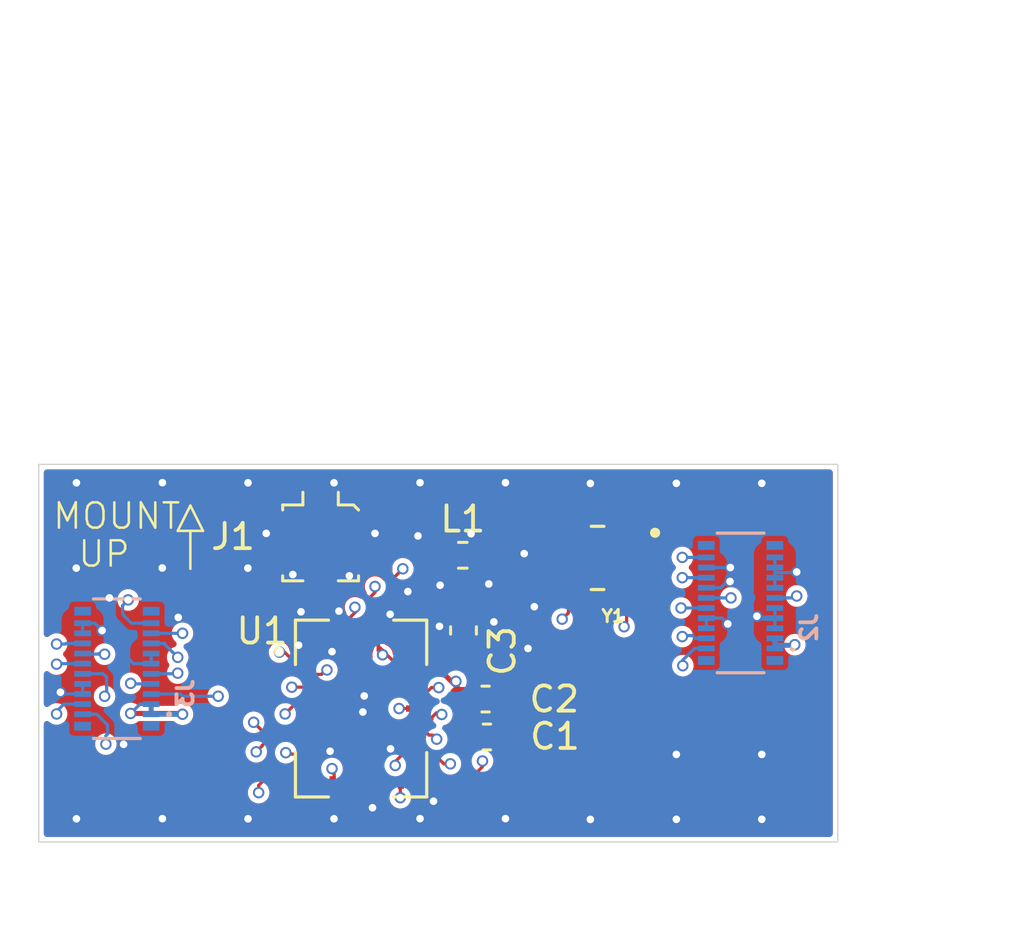
<source format=kicad_pcb>
(kicad_pcb (version 20241229) (generator "pcbnew") (generator_version "9.0")
  (layers (0 "F.Cu" signal) (4 "In1.Cu" signal) (6 "In2.Cu" signal) (2 "B.Cu" signal) (13 "F.Paste" user) (15 "B.Paste" user) (5 "F.SilkS" user "F.Silkscreen") (7 "B.SilkS" user "B.Silkscreen") (1 "F.Mask" user) (3 "B.Mask" user) (25 "Edge.Cuts" user))
  (net 0 "")
  (net 1 "GND")
  (net 2 "+3.3V")
  (net 3 "Net-(U1-VIN_LDO)")
  (net 4 "Net-(J1-In)")
  (net 5 "/BT_UART_TX")
  (net 6 "/BT_PCM_IN")
  (net 7 "/BT_PCM_OUT")
  (net 8 "/BT_REG_ON")
  (net 9 "/BT_UART_RX")
  (net 10 "/WL_REG_ON")
  (net 11 "/BT_HOST_WAKE")
  (net 12 "/BT_DEV_WAKE")
  (net 13 "/BT_UART_RTS")
  (net 14 "/BT_UART_CTS")
  (net 15 "/BT_PCM_CLK")
  (net 16 "/BT_PCM_SYNC")
  (net 17 "/WIFI_SDIO_CMD")
  (net 18 "/WIFI_SDIO_CLK")
  (net 19 "/WL_GPIO_0_HOST_WAKE")
  (net 20 "/WIFI_SDIO_DAT3")
  (net 21 "/WIFI_SDIO_DAT1")
  (net 22 "/WIFI_SDIO_DAT2")
  (net 23 "/WIFI_SDIO_DAT0")
  (net 24 "Net-(U1-SR_VLX)")
  (net 31 "/32KHz")
  (footprint "LBEE5KL1YN_814:XCVR_LBEE5KL1YN-814" (layer "F.Cu") (at 201.25 70.525)
    (property "Reference" "U1" (at -3.9174 -3.0626 0) (layer "F.SilkS"))
    (property "Value" "LBEE5KL1YN-814")
    (pad "1" smd rect (at -2.025 -2.25) (size 0.5 0.25) (layers "F.Cu" "F.Paste") (net 1 "GND"))
    (pad "2" smd rect (at -2.025 -1.8) (size 0.5 0.25) (layers "F.Cu" "F.Paste") (net 9 "/BT_UART_RX"))
    (pad "3" smd rect (at -2.025 -1.35) (size 0.5 0.25) (layers "F.Cu" "F.Paste") (net 5 "/BT_UART_TX"))
    (pad "4" smd rect (at -2.025 -0.9) (size 0.5 0.25) (layers "F.Cu" "F.Paste") (net 14 "/BT_UART_CTS"))
    (pad "5" smd rect (at -2.025 -0.45) (size 0.5 0.25) (layers "F.Cu" "F.Paste") (net 13 "/BT_UART_RTS"))
    (pad "6" smd rect (at -2.025 0) (size 0.5 0.25) (layers "F.Cu" "F.Paste"))
    (pad "7" smd rect (at -2.025 0.45) (size 0.5 0.25) (layers "F.Cu" "F.Paste"))
    (pad "8" smd rect (at -2.025 0.9) (size 0.5 0.25) (layers "F.Cu" "F.Paste") (net 16 "/BT_PCM_SYNC"))
    (pad "9" smd rect (at -2.025 1.35) (size 0.5 0.25) (layers "F.Cu" "F.Paste") (net 6 "/BT_PCM_IN"))
    (pad "10" smd rect (at -2.025 1.8) (size 0.5 0.25) (layers "F.Cu" "F.Paste") (net 7 "/BT_PCM_OUT"))
    (pad "11" smd rect (at -2.025 2.25) (size 0.5 0.25) (layers "F.Cu" "F.Paste") (net 15 "/BT_PCM_CLK"))
    (pad "12" smd rect (at -2.0875 2.925) (size 0.375 0.5) (layers "F.Cu" "F.Paste") (net 1 "GND"))
    (pad "13" smd rect (at -1.575 2.925) (size 0.25 0.5) (layers "F.Cu" "F.Paste"))
    (pad "14" smd rect (at -1.125 2.925) (size 0.25 0.5) (layers "F.Cu" "F.Paste") (net 8 "/BT_REG_ON"))
    (pad "15" smd rect (at -0.675 2.925) (size 0.25 0.5) (layers "F.Cu" "F.Paste"))
    (pad "16" smd rect (at -0.225 2.925) (size 0.25 0.5) (layers "F.Cu" "F.Paste"))
    (pad "17" smd rect (at 0.225 2.925) (size 0.25 0.5) (layers "F.Cu" "F.Paste"))
    (pad "18" smd rect (at 0.675 2.925) (size 0.25 0.5) (layers "F.Cu" "F.Paste"))
    (pad "19" smd rect (at 1.125 2.925) (size 0.25 0.5) (layers "F.Cu" "F.Paste") (net 1 "GND"))
    (pad "20" smd rect (at 1.575 2.925) (size 0.25 0.5) (layers "F.Cu" "F.Paste") (net 18 "/WIFI_SDIO_CLK"))
    (pad "21" smd rect (at 2.0875 2.925) (size 0.375 0.5) (layers "F.Cu" "F.Paste") (net 1 "GND"))
    (pad "22" smd rect (at 2.025 2.25) (size 0.5 0.25) (layers "F.Cu" "F.Paste") (net 17 "/WIFI_SDIO_CMD"))
    (pad "23" smd rect (at 2.025 1.8) (size 0.5 0.25) (layers "F.Cu" "F.Paste") (net 22 "/WIFI_SDIO_DAT2"))
    (pad "24" smd rect (at 2.025 1.35) (size 0.5 0.25) (layers "F.Cu" "F.Paste") (net 23 "/WIFI_SDIO_DAT0"))
    (pad "25" smd rect (at 2.025 0.9) (size 0.5 0.25) (layers "F.Cu" "F.Paste") (net 20 "/WIFI_SDIO_DAT3"))
    (pad "26" smd rect (at 2.025 0.45) (size 0.5 0.25) (layers "F.Cu" "F.Paste") (net 21 "/WIFI_SDIO_DAT1"))
    (pad "27" smd rect (at 2.025 0) (size 0.5 0.25) (layers "F.Cu" "F.Paste") (net 19 "/WL_GPIO_0_HOST_WAKE"))
    (pad "28" smd rect (at 2.025 -0.45) (size 0.5 0.25) (layers "F.Cu" "F.Paste") (net 10 "/WL_REG_ON"))
    (pad "29" smd rect (at 2.025 -0.9) (size 0.5 0.25) (layers "F.Cu" "F.Paste") (net 1 "GND"))
    (pad "30" smd rect (at 2.025 -1.35) (size 0.5 0.25) (layers "F.Cu" "F.Paste") (net 2 "+3.3V"))
    (pad "31" smd rect (at 2.025 -1.8) (size 0.5 0.25) (layers "F.Cu" "F.Paste") (net 3 "Net-(U1-VIN_LDO)"))
    (pad "32" smd rect (at 2.025 -2.25) (size 0.5 0.25) (layers "F.Cu" "F.Paste"))
    (pad "33" smd rect (at 2.0875 -2.925) (size 0.375 0.5) (layers "F.Cu" "F.Paste"))
    (pad "34" smd rect (at 1.575 -2.925) (size 0.25 0.5) (layers "F.Cu" "F.Paste") (net 24 "Net-(U1-SR_VLX)"))
    (pad "35" smd rect (at 1.125 -2.925) (size 0.25 0.5) (layers "F.Cu" "F.Paste") (net 1 "GND"))
    (pad "36" smd rect (at 0.675 -2.925) (size 0.25 0.5) (layers "F.Cu" "F.Paste") (net 2 "+3.3V"))
    (pad "37" smd rect (at 0.225 -2.925) (size 0.25 0.5) (layers "F.Cu" "F.Paste") (net 31 "/32KHz"))
    (pad "38" smd rect (at -0.225 -2.925) (size 0.25 0.5) (layers "F.Cu" "F.Paste") (net 11 "/BT_HOST_WAKE"))
    (pad "39" smd rect (at -0.675 -2.925) (size 0.25 0.5) (layers "F.Cu" "F.Paste") (net 12 "/BT_DEV_WAKE"))
    (pad "40" smd rect (at -1.125 -2.925) (size 0.25 0.5) (layers "F.Cu" "F.Paste") (net 1 "GND"))
    (pad "41" smd rect (at -1.575 -2.925) (size 0.25 0.5) (layers "F.Cu" "F.Paste") (net 4 "Net-(J1-In)"))
    (pad "42" smd rect (at -2.0875 -2.925) (size 0.375 0.5) (layers "F.Cu" "F.Paste") (net 1 "GND"))
    (pad "43" smd custom (at -0.75 -1) (size 0.5 0.5) (layers "F.Cu") (net 1 "GND") (options (clearance outline) (anchor rect)) (primitives (gr_poly (pts (xy -0.5 0.5) (xy 0.5 0.5) (xy 0.5 -0.5) (xy 0 -0.5) (xy -0.5 0)) (width 0.01) (fill yes))))
    (pad "44" smd rect (at -0.75 1) (size 1 1) (layers "F.Cu" "F.Mask" "F.Paste") (net 1 "GND"))
    (pad "45" smd rect (at 0.75 -1) (size 1 1) (layers "F.Cu" "F.Mask" "F.Paste") (net 1 "GND"))
    (pad "46" smd rect (at 0.75 1) (size 1 1) (layers "F.Cu" "F.Mask" "F.Paste") (net 1 "GND"))
  )
  (footprint "Capacitor_SMD:C_0603_1608Metric_Pad1.08x0.95mm_HandSolder" (layer "F.Cu") (at 205.3 67.4375 90)
    (property "Reference" "C3" (at -0.8123 1.5322 90) (layer "F.SilkS"))
    (property "Value" "4.7u")
    (pad "1" smd roundrect (at -0.8625 0 90) (size 1.075 0.95) (layers "F.Cu" "F.Mask" "F.Paste") (net 3 "Net-(U1-VIN_LDO)"))
    (pad "2" smd roundrect (at 0.8625 0 90) (size 1.075 0.95) (layers "F.Cu" "F.Mask" "F.Paste") (net 1 "GND"))
  )
  (footprint "Connector_Coaxial:U.FL_Molex_MCRF_73412-0110_Vertical" (layer "F.Cu") (at 199.65 63.975)
    (property "Reference" "J1" (at -3.4604 -0.2464 0) (layer "F.SilkS"))
    (property "Value" "ANT")
    (pad "1" smd roundrect (at 0 1.5 180) (size 1 1) (layers "F.Cu" "F.Mask" "F.Paste") (roundrect_rratio 0.1) (net 4 "Net-(J1-In)"))
    (pad "2" smd roundrect (at -1.475 0 180) (size 1.05 2.2) (layers "F.Cu" "F.Mask" "F.Paste") (roundrect_rratio 0.1) (net 1 "GND"))
    (pad "2" smd roundrect (at 0 -1.5 180) (size 1 1) (layers "F.Cu" "F.Mask" "F.Paste") (roundrect_rratio 0.1) (net 1 "GND"))
    (pad "2" smd roundrect (at 1.475 0 180) (size 1.05 2.2) (layers "F.Cu" "F.Mask" "F.Paste") (roundrect_rratio 0.1) (net 1 "GND"))
  )
  (footprint "Capacitor_SMD:C_0603_1608Metric_Pad1.08x0.95mm_HandSolder" (layer "F.Cu") (at 206.225 71.65)
    (property "Reference" "C1" (at 2.69 -0.022 0) (layer "F.SilkS"))
    (property "Value" "4.7u")
    (pad "1" smd roundrect (at -0.8625 0) (size 1.075 0.95) (layers "F.Cu" "F.Mask" "F.Paste") (net 2 "+3.3V"))
    (pad "2" smd roundrect (at 0.8625 0) (size 1.075 0.95) (layers "F.Cu" "F.Mask" "F.Paste") (net 1 "GND"))
  )
  (footprint "Capacitor_SMD:C_0603_1608Metric_Pad1.08x0.95mm_HandSolder" (layer "F.Cu") (at 206.172647 70.15)
    (property "Reference" "C2" (at 2.716953 0.0048 0) (layer "F.SilkS"))
    (property "Value" "2.2u")
    (pad "1" smd roundrect (at -0.8625 0) (size 1.075 0.95) (layers "F.Cu" "F.Mask" "F.Paste") (net 2 "+3.3V"))
    (pad "2" smd roundrect (at 0.8625 0) (size 1.075 0.95) (layers "F.Cu" "F.Mask" "F.Paste") (net 1 "GND"))
  )
  (footprint "Inductor_SMD:L_0603_1608Metric_Pad1.05x0.95mm_HandSolder" (layer "F.Cu") (at 205.2714 64.4652)
    (property "Reference" "L1" (at 0 -1.43 0) (layer "F.SilkS"))
    (property "Value" "2.2uH")
    (pad "1" smd roundrect (at -0.875 0) (size 1.05 0.95) (layers "F.Cu" "F.Mask" "F.Paste") (net 24 "Net-(U1-SR_VLX)"))
    (pad "2" smd roundrect (at 0.875 0) (size 1.05 0.95) (layers "F.Cu" "F.Mask" "F.Paste") (net 3 "Net-(U1-VIN_LDO)"))
  )
  (footprint "ECS_327MVATX_3_CN_TR3:OSC_ECS-2333-160-BN-TR" (layer "F.Cu") (at 210.6 64.57 180)
    (property "Reference" "Y1" (at -0.609668 -2.301325 0) (layer "F.SilkS") (effects (font (size 0.480527 0.480527))))
    (property "Value" "ECS-327MVATX-3-CN-TR3")
    (pad "1" smd rect (at -1.15 0.95 180) (size 1.3 1.1) (layers "F.Cu" "F.Mask" "F.Paste") (net 2 "+3.3V"))
    (pad "2" smd rect (at 1.15 0.95 180) (size 1.3 1.1) (layers "F.Cu" "F.Mask" "F.Paste") (net 1 "GND"))
    (pad "3" smd rect (at 1.15 -0.95 180) (size 1.3 1.1) (layers "F.Cu" "F.Mask" "F.Paste") (net 31 "/32KHz"))
    (pad "4" smd rect (at -1.15 -0.95 180) (size 1.3 1.1) (layers "F.Cu" "F.Mask" "F.Paste") (net 2 "+3.3V"))
  )
  (footprint "DF40C_20DP_0_4V_51_:HRS_DF40C-20DP-0.4V_51_" (layer "B.Cu") (at 191.595 68.95 90)
    (property "Reference" "J3" (at -0.978 2.7064 90) (layer "B.SilkS") (effects (font (size 0.64 0.64)) (justify mirror)))
    (property "Value" "DF40C-20DP-0.4V_51_")
    (pad "1" smd rect (at -1.8 1.355 90) (size 0.23 0.66) (layers "B.Cu" "B.Mask" "B.Paste") (net 2 "+3.3V"))
    (pad "2" smd rect (at -1.8 -1.355 90) (size 0.23 0.66) (layers "B.Cu" "B.Mask" "B.Paste") (net 12 "/BT_DEV_WAKE"))
    (pad "3" smd rect (at -1.4 1.355 90) (size 0.23 0.66) (layers "B.Cu" "B.Mask" "B.Paste") (net 2 "+3.3V"))
    (pad "4" smd rect (at -1.4 -1.355 90) (size 0.23 0.66) (layers "B.Cu" "B.Mask" "B.Paste") (net 10 "/WL_REG_ON"))
    (pad "5" smd rect (at -1 1.355 90) (size 0.23 0.66) (layers "B.Cu" "B.Mask" "B.Paste") (net 8 "/BT_REG_ON"))
    (pad "6" smd rect (at -1 -1.355 90) (size 0.23 0.66) (layers "B.Cu" "B.Mask" "B.Paste") (net 1 "GND"))
    (pad "7" smd rect (at -0.6 1.355 90) (size 0.23 0.66) (layers "B.Cu" "B.Mask" "B.Paste") (net 11 "/BT_HOST_WAKE"))
    (pad "8" smd rect (at -0.6 -1.355 90) (size 0.23 0.66) (layers "B.Cu" "B.Mask" "B.Paste") (net 1 "GND"))
    (pad "9" smd rect (at -0.2 1.355 90) (size 0.23 0.66) (layers "B.Cu" "B.Mask" "B.Paste") (net 13 "/BT_UART_RTS"))
    (pad "10" smd rect (at -0.2 -1.355 90) (size 0.23 0.66) (layers "B.Cu" "B.Mask" "B.Paste") (net 15 "/BT_PCM_CLK"))
    (pad "11" smd rect (at 0.2 1.355 90) (size 0.23 0.66) (layers "B.Cu" "B.Mask" "B.Paste") (net 1 "GND"))
    (pad "12" smd rect (at 0.2 -1.355 90) (size 0.23 0.66) (layers "B.Cu" "B.Mask" "B.Paste") (net 6 "/BT_PCM_IN"))
    (pad "13" smd rect (at 0.6 1.355 90) (size 0.23 0.66) (layers "B.Cu" "B.Mask" "B.Paste") (net 1 "GND"))
    (pad "14" smd rect (at 0.6 -1.355 90) (size 0.23 0.66) (layers "B.Cu" "B.Mask" "B.Paste") (net 16 "/BT_PCM_SYNC"))
    (pad "15" smd rect (at 1 1.355 90) (size 0.23 0.66) (layers "B.Cu" "B.Mask" "B.Paste") (net 14 "/BT_UART_CTS"))
    (pad "16" smd rect (at 1 -1.355 90) (size 0.23 0.66) (layers "B.Cu" "B.Mask" "B.Paste") (net 7 "/BT_PCM_OUT"))
    (pad "17" smd rect (at 1.4 1.355 90) (size 0.23 0.66) (layers "B.Cu" "B.Mask" "B.Paste") (net 9 "/BT_UART_RX"))
    (pad "18" smd rect (at 1.4 -1.355 90) (size 0.23 0.66) (layers "B.Cu" "B.Mask" "B.Paste") (net 1 "GND"))
    (pad "19" smd rect (at 1.8 1.355 90) (size 0.23 0.66) (layers "B.Cu" "B.Mask" "B.Paste") (net 5 "/BT_UART_TX"))
    (pad "20" smd rect (at 1.8 -1.355 90) (size 0.23 0.66) (layers "B.Cu" "B.Mask" "B.Paste") (net 1 "GND"))
    (pad "S1" smd rect (at -2.275 1.355 90) (size 0.35 0.66) (layers "B.Cu" "B.Mask" "B.Paste"))
    (pad "S2" smd rect (at -2.275 -1.355 90) (size 0.35 0.66) (layers "B.Cu" "B.Mask" "B.Paste"))
    (pad "S3" smd rect (at 2.275 1.355 90) (size 0.35 0.66) (layers "B.Cu" "B.Mask" "B.Paste"))
    (pad "S4" smd rect (at 2.275 -1.355 90) (size 0.35 0.66) (layers "B.Cu" "B.Mask" "B.Paste"))
  )
  (footprint "DF40C_20DP_0_4V_51_:HRS_DF40C-20DP-0.4V_51_" (layer "B.Cu") (at 216.255 66.35 90)
    (property "Reference" "J2" (at -0.978 2.7064 90) (layer "B.SilkS") (effects (font (size 0.64 0.64)) (justify mirror)))
    (property "Value" "DF40C-20DP-0.4V_51_")
    (pad "1" smd rect (at -1.8 1.355 90) (size 0.23 0.66) (layers "B.Cu" "B.Mask" "B.Paste") (net 2 "+3.3V"))
    (pad "2" smd rect (at -1.8 -1.355 90) (size 0.23 0.66) (layers "B.Cu" "B.Mask" "B.Paste") (net 23 "/WIFI_SDIO_DAT0"))
    (pad "3" smd rect (at -1.4 1.355 90) (size 0.23 0.66) (layers "B.Cu" "B.Mask" "B.Paste") (net 2 "+3.3V"))
    (pad "4" smd rect (at -1.4 -1.355 90) (size 0.23 0.66) (layers "B.Cu" "B.Mask" "B.Paste") (net 22 "/WIFI_SDIO_DAT2"))
    (pad "5" smd rect (at -1 1.355 90) (size 0.23 0.66) (layers "B.Cu" "B.Mask" "B.Paste") (net 1 "GND"))
    (pad "6" smd rect (at -1 -1.355 90) (size 0.23 0.66) (layers "B.Cu" "B.Mask" "B.Paste") (net 1 "GND"))
    (pad "7" smd rect (at -0.6 1.355 90) (size 0.23 0.66) (layers "B.Cu" "B.Mask" "B.Paste") (net 1 "GND"))
    (pad "8" smd rect (at -0.6 -1.355 90) (size 0.23 0.66) (layers "B.Cu" "B.Mask" "B.Paste") (net 1 "GND"))
    (pad "9" smd rect (at -0.2 1.355 90) (size 0.23 0.66) (layers "B.Cu" "B.Mask" "B.Paste") (net 1 "GND"))
    (pad "10" smd rect (at -0.2 -1.355 90) (size 0.23 0.66) (layers "B.Cu" "B.Mask" "B.Paste") (net 21 "/WIFI_SDIO_DAT1"))
    (pad "11" smd rect (at 0.2 1.355 90) (size 0.23 0.66) (layers "B.Cu" "B.Mask" "B.Paste") (net 19 "/WL_GPIO_0_HOST_WAKE"))
    (pad "12" smd rect (at 0.2 -1.355 90) (size 0.23 0.66) (layers "B.Cu" "B.Mask" "B.Paste") (net 20 "/WIFI_SDIO_DAT3"))
    (pad "13" smd rect (at 0.6 1.355 90) (size 0.23 0.66) (layers "B.Cu" "B.Mask" "B.Paste") (net 1 "GND"))
    (pad "14" smd rect (at 0.6 -1.355 90) (size 0.23 0.66) (layers "B.Cu" "B.Mask" "B.Paste") (net 1 "GND"))
    (pad "15" smd rect (at 1 1.355 90) (size 0.23 0.66) (layers "B.Cu" "B.Mask" "B.Paste") (net 1 "GND"))
    (pad "16" smd rect (at 1 -1.355 90) (size 0.23 0.66) (layers "B.Cu" "B.Mask" "B.Paste") (net 18 "/WIFI_SDIO_CLK"))
    (pad "17" smd rect (at 1.4 1.355 90) (size 0.23 0.66) (layers "B.Cu" "B.Mask" "B.Paste") (net 1 "GND"))
    (pad "18" smd rect (at 1.4 -1.355 90) (size 0.23 0.66) (layers "B.Cu" "B.Mask" "B.Paste") (net 1 "GND"))
    (pad "19" smd rect (at 1.8 1.355 90) (size 0.23 0.66) (layers "B.Cu" "B.Mask" "B.Paste") (net 1 "GND"))
    (pad "20" smd rect (at 1.8 -1.355 90) (size 0.23 0.66) (layers "B.Cu" "B.Mask" "B.Paste") (net 17 "/WIFI_SDIO_CMD"))
    (pad "S1" smd rect (at -2.275 1.355 90) (size 0.35 0.66) (layers "B.Cu" "B.Mask" "B.Paste"))
    (pad "S2" smd rect (at -2.275 -1.355 90) (size 0.35 0.66) (layers "B.Cu" "B.Mask" "B.Paste"))
    (pad "S3" smd rect (at 2.275 1.355 90) (size 0.35 0.66) (layers "B.Cu" "B.Mask" "B.Paste"))
    (pad "S4" smd rect (at 2.275 -1.355 90) (size 0.35 0.66) (layers "B.Cu" "B.Mask" "B.Paste"))
  )
  (gr_line (start 194.5 63.5) (end 195 63.5) (stroke (width 0.1)) (layer "F.SilkS"))
  (gr_line (start 194.5 63.5) (end 194.5 65) (stroke (width 0.1)) (layer "F.SilkS"))
  (gr_line (start 194.5 62.5) (end 194 63.5) (stroke (width 0.1)) (layer "F.SilkS"))
  (gr_line (start 194 63.5) (end 194.5 63.5) (stroke (width 0.1)) (layer "F.SilkS"))
  (gr_line (start 195 63.5) (end 194.5 62.5) (stroke (width 0.1)) (layer "F.SilkS"))
  (gr_rect (start 188.506 60.87) (end 220.1 75.8026) (stroke (width 0.05)) (fill no) (layer "Edge.Cuts"))
  (gr_text "MOUNT" (at 189 63.5 0) (layer "F.SilkS") (effects (font (size 1 1) (thickness 0.1)) (justify left bottom)))
  (gr_text "UP" (at 190 65 0) (layer "F.SilkS") (effects (font (size 1 1) (thickness 0.1)) (justify left bottom)))
  (segment (start 207.7 64.4) (end 206.916534 63.616534) (width 0.127) (layer "F.Cu") (net 1))
  (segment (start 200.25 66.275) (end 200.5 66.025) (width 0.2) (layer "F.Cu") (net 1))
  (segment (start 201.125 64.575) (end 200.6 65.1) (width 0.2) (layer "F.Cu") (net 1))
  (segment (start 199.075 66.325) (end 199.1 66.325) (width 0.2) (layer "F.Cu") (net 1))
  (segment (start 206.7 69.1) (end 206.567328 69.232672) (width 0.127) (layer "F.Cu") (net 1))
  (segment (start 200.525 66.075) (end 200.275 66.325) (width 0.2) (layer "F.Cu") (net 1))
  (segment (start 198.775 64.525) (end 198.775 66.025) (width 0.2) (layer "F.Cu") (net 1))
  (segment (start 201.125 63.975) (end 201.125 64.40285) (width 0.38) (layer "F.Cu") (net 1))
  (segment (start 201.125 63.975) (end 201.125 64.575) (width 0.2) (layer "F.Cu") (net 1))
  (segment (start 200.25 66.797255) (end 200.25 66.8) (width 0.127) (layer "F.Cu") (net 1))
  (segment (start 203.1 65.9) (end 203.1 66) (width 0.127) (layer "F.Cu") (net 1))
  (segment (start 199.1 66.325) (end 199.1 67.5875) (width 0.2) (layer "F.Cu") (net 1))
  (segment (start 202.375 66.825) (end 202.4 66.8) (width 0.127) (layer "F.Cu") (net 1))
  (segment (start 200.374999 66.672256) (end 200.25 66.797255) (width 0.127) (layer "F.Cu") (net 1))
  (segment (start 203.4464 65.5536) (end 203.1 65.9) (width 0.127) (layer "F.Cu") (net 1))
  (segment (start 203.5 63.7) (end 205.51207 63.7) (width 0.127) (layer "F.Cu") (net 1))
  (segment (start 200.374999 66.672254) (end 200.374999 66.672256) (width 0.127) (layer "F.Cu") (net 1))
  (segment (start 200.125 68.054) (end 200.125 67.806902) (width 0.127) (layer "F.Cu") (net 1))
  (segment (start 202.375 73.7738) (end 201.7014 74.4474) (width 0.127) (layer "F.Cu") (net 1))
  (segment (start 201.125 63.975) (end 201.125 64.6) (width 0.2) (layer "F.Cu") (net 1))
  (segment (start 203.275 69.625) (end 202.1 69.625) (width 0.127) (layer "F.Cu") (net 1))
  (segment (start 208.1 66.5) (end 208.1 67.9) (width 0.127) (layer "F.Cu") (net 1))
  (segment (start 207.85 68.15) (end 206.9 69.1) (width 0.127) (layer "F.Cu") (net 1))
  (segment (start 202.4 66.7) (end 202.4 66.8) (width 0.127) (layer "F.Cu") (net 1))
  (segment (start 205.601784 63.616534) (end 205.59866 63.61341) (width 0.127) (layer "F.Cu") (net 1))
  (segment (start 208.1 67.9) (end 207.85 68.15) (width 0.127) (layer "F.Cu") (net 1))
  (segment (start 200.25 66.325) (end 200.25 66.8) (width 0.2) (layer "F.Cu") (net 1))
  (segment (start 203.3759 73.45) (end 204.1144 74.1885) (width 0.127) (layer "F.Cu") (net 1))
  (segment (start 207.7 64.4) (end 208.1 64.8) (width 0.127) (layer "F.Cu") (net 1))
  (segment (start 206.9 69.1) (end 206.7 69.1) (width 0.127) (layer "F.Cu") (net 1))
  (segment (start 206.675 69.125) (end 206.7 69.1) (width 0.2) (layer "F.Cu") (net 1))
  (segment (start 206.916534 63.616534) (end 205.601784 63.616534) (width 0.127) (layer "F.Cu") (net 1))
  (segment (start 203.3375 73.45) (end 203.3759 73.45) (width 0.127) (layer "F.Cu") (net 1))
  (segment (start 198.775 66.025) (end 199.075 66.325) (width 0.2) (layer "F.Cu") (net 1))
  (segment (start 202.1 69.625) (end 202 69.525) (width 0.127) (layer "F.Cu") (net 1))
  (segment (start 200.525 65.1) (end 200.525 66.075) (width 0.2) (layer "F.Cu") (net 1))
  (segment (start 202.375 67.6) (end 202.375 66.825) (width 0.127) (layer "F.Cu") (net 1))
  (segment (start 203.1 66) (end 202.4 66.7) (width 0.127) (layer "F.Cu") (net 1))
  (segment (start 200.2028 67.5395) (end 200.2028 67.0855) (width 0.127) (layer "F.Cu") (net 1))
  (segment (start 203.4464 63.7536) (end 203.4464 65.5536) (width 0.127) (layer "F.Cu") (net 1))
  (segment (start 200.25 66.325) (end 200.275 66.325) (width 0.2) (layer "F.Cu") (net 1))
  (segment (start 199.225 68.275) (end 199.904 68.275) (width 0.127) (layer "F.Cu") (net 1))
  (segment (start 206.675 71.65) (end 206.675 69.125) (width 0.2) (layer "F.Cu") (net 1))
  (segment (start 199.1625 67.6) (end 199.175 67.5875) (width 0.2) (layer "F.Cu") (net 1))
  (segment (start 208.1 64.8) (end 208.1 66.5) (width 0.127) (layer "F.Cu") (net 1))
  (segment (start 200.125 67.806902) (end 200.1395 67.792402) (width 0.127) (layer "F.Cu") (net 1))
  (segment (start 202.375 73.45) (end 202.375 73.7738) (width 0.127) (layer "F.Cu") (net 1))
  (segment (start 205.51207 63.7) (end 205.59866 63.61341) (width 0.127) (layer "F.Cu") (net 1))
  (segment (start 201.125 64.6) (end 200.87215 64.85285) (width 0.38) (layer "F.Cu") (net 1))
  (segment (start 200.25 66.8) (end 200.25 67.1068) (width 0.2) (layer "F.Cu") (net 1))
  (segment (start 200.1395 67.792402) (end 200.1395 67.6) (width 0.127) (layer "F.Cu") (net 1))
  (segment (start 203.5 63.7) (end 203.4464 63.7536) (width 0.127) (layer "F.Cu") (net 1))
  (segment (start 198.175 63.975) (end 198.725 64.525) (width 0.2) (layer "F.Cu") (net 1))
  (segment (start 200.125 67.6) (end 200.1855 67.5395) (width 0.127) (layer "F.Cu") (net 1))
  (segment (start 199.904 68.275) (end 200.125 68.054) (width 0.127) (layer "F.Cu") (net 1))
  (segment (start 200.125 67.6) (end 200.149 67.576) (width 0.2) (layer "F.Cu") (net 1))
  (via (at 191.3 66.15) (size 0.45) (drill 0.3) (layers "F.Cu" "B.Cu") (net 1))
  (via (at 200.025 72.2122) (size 0.45) (drill 0.3) (layers "F.Cu" "B.Cu") (net 1))
  (via (at 193.3956 61.595) (size 0.45) (drill 0.3) (layers "F.Cu" "B.Cu") (net 1))
  (via (at 196.78 74.8842) (size 0.45) (drill 0.3) (layers "F.Cu" "B.Cu") (net 1))
  (via (at 210.3151 61.6254) (size 0.45) (drill 0.3) (layers "F.Cu" "B.Cu") (net 1))
  (via (at 206.3 65.6) (size 0.45) (drill 0.3) (layers "F.Cu" "B.Cu") (net 1))
  (via (at 200.374999 66.672254) (size 0.45) (drill 0.3) (layers "F.Cu" "B.Cu") (net 1))
  (via (at 202.415569 72.118587) (size 0.45) (drill 0.3) (layers "F.Cu" "B.Cu") (net 1))
  (via (at 210.3151 74.9096) (size 0.45) (drill 0.3) (layers "F.Cu" "B.Cu") (net 1))
  (via (at 217.0938 72.3392) (size 0.45) (drill 0.3) (layers "F.Cu" "B.Cu") (net 1))
  (via (at 201.375285 70.0278) (size 0.45) (drill 0.3) (layers "F.Cu" "B.Cu") (net 1))
  (via (at 197.5 63.6) (size 0.45) (drill 0.3) (layers "F.Cu" "B.Cu") (net 1))
  (via (at 204.35 67.275) (size 0.45) (drill 0.3) (layers "F.Cu" "B.Cu") (net 1))
  (via (at 203.581 61.595) (size 0.45) (drill 0.3) (layers "F.Cu" "B.Cu") (net 1))
  (via (at 213.7156 72.3392) (size 0.45) (drill 0.3) (layers "F.Cu" "B.Cu") (net 1))
  (via (at 200.1805 61.6) (size 0.45) (drill 0.3) (layers "F.Cu" "B.Cu") (net 1))
  (via (at 218.475 65.125) (size 0.45) (drill 0.3) (layers "F.Cu" "B.Cu") (net 1))
  (via (at 200.1012 68.2752) (size 0.45) (drill 0.3) (layers "F.Cu" "B.Cu") (net 1))
  (via (at 217.0938 74.9046) (size 0.45) (drill 0.3) (layers "F.Cu" "B.Cu") (net 1))
  (via (at 207.85 68.15) (size 0.45) (drill 0.3) (layers "F.Cu" "B.Cu") (net 1))
  (via (at 203.581 74.8792) (size 0.45) (drill 0.3) (layers "F.Cu" "B.Cu") (net 1))
  (via (at 205.59866 63.61341) (size 0.45) (drill 0.3) (layers "F.Cu" "B.Cu") (net 1))
  (via (at 191.01 67.44) (size 0.45) (drill 0.3) (layers "F.Cu" "B.Cu") (net 1))
  (via (at 196.78 61.6) (size 0.45) (drill 0.3) (layers "F.Cu" "B.Cu") (net 1))
  (via (at 216.9 66.875) (size 0.45) (drill 0.3) (layers "F.Cu" "B.Cu") (net 1))
  (via (at 194.021017 66.922348) (size 0.45) (drill 0.3) (layers "F.Cu" "B.Cu") (net 1))
  (via (at 201.3204 70.6628) (size 0.45) (drill 0.3) (layers "F.Cu" "B.Cu") (net 1))
  (via (at 198.5518 65.2272) (size 0.45) (drill 0.3) (layers "F.Cu" "B.Cu") (net 1))
  (via (at 201.7014 74.4474) (size 0.45) (drill 0.3) (layers "F.Cu" "B.Cu") (net 1))
  (via (at 213.7156 61.6204) (size 0.45) (drill 0.3) (layers "F.Cu" "B.Cu") (net 1))
  (via (at 206.5 67.1) (size 0.45) (drill 0.3) (layers "F.Cu" "B.Cu") (net 1))
  (via (at 208.1 66.5) (size 0.45) (drill 0.3) (layers "F.Cu" "B.Cu") (net 1))
  (via (at 213.7156 74.9046) (size 0.45) (drill 0.3) (layers "F.Cu" "B.Cu") (net 1))
  (via (at 198.7804 68.0212) (size 0.45) (drill 0.3) (layers "F.Cu" "B.Cu") (net 1))
  (via (at 189.362212 69.881334) (size 0.45) (drill 0.3) (layers "F.Cu" "B.Cu") (net 1))
  (via (at 215.836831 65.501119) (size 0.45) (drill 0.3) (layers "F.Cu" "B.Cu") (net 1))
  (via (at 206.9592 61.595) (size 0.45) (drill 0.3) (layers "F.Cu" "B.Cu") (net 1))
  (via (at 203.1 65.9) (size 0.45) (drill 0.3) (layers "F.Cu" "B.Cu") (net 1))
  (via (at 193.3894 64.9682) (size 0.45) (drill 0.3) (layers "F.Cu" "B.Cu") (net 1))
  (via (at 193.3956 74.8792) (size 0.45) (drill 0.3) (layers "F.Cu" "B.Cu") (net 1))
  (via (at 198.875 66.7) (size 0.45) (drill 0.3) (layers "F.Cu" "B.Cu") (net 1))
  (via (at 204.375 65.65) (size 0.45) (drill 0.3) (layers "F.Cu" "B.Cu") (net 1))
  (via (at 206.9592 74.8792) (size 0.45) (drill 0.3) (layers "F.Cu" "B.Cu") (net 1))
  (via (at 215.75 67.18) (size 0.45) (drill 0.3) (layers "F.Cu" "B.Cu") (net 1))
  (via (at 189.9951 74.8842) (size 0.45) (drill 0.3) (layers "F.Cu" "B.Cu") (net 1))
  (via (at 203.5 63.7) (size 0.45) (drill 0.3) (layers "F.Cu" "B.Cu") (net 1))
  (via (at 215.85 64.95) (size 0.45) (drill 0.3) (layers "F.Cu" "B.Cu") (net 1))
  (via (at 196.7738 64.9732) (size 0.45) (drill 0.3) (layers "F.Cu" "B.Cu") (net 1))
  (via (at 200.787 65.278) (size 0.45) (drill 0.3) (layers "F.Cu" "B.Cu") (net 1))
  (via (at 191.86 71.94) (size 0.45) (drill 0.3) (layers "F.Cu" "B.Cu") (net 1))
  (via (at 217.0938 61.6204) (size 0.45) (drill 0.3) (layers "F.Cu" "B.Cu") (net 1))
  (via (at 201.8 63.6) (size 0.45) (drill 0.3) (layers "F.Cu" "B.Cu") (net 1))
  (via (at 189.9951 61.6) (size 0.45) (drill 0.3) (layers "F.Cu" "B.Cu") (net 1))
  (via (at 204.1144 74.1885) (size 0.45) (drill 0.3) (layers "F.Cu" "B.Cu") (net 1))
  (via (at 207.7 64.4) (size 0.45) (drill 0.3) (layers "F.Cu" "B.Cu") (net 1))
  (via (at 202.4 66.8) (size 0.45) (drill 0.3) (layers "F.Cu" "B.Cu") (net 1))
  (via (at 189.9889 64.9732) (size 0.45) (drill 0.3) (layers "F.Cu" "B.Cu") (net 1))
  (via (at 200.1805 74.8842) (size 0.45) (drill 0.3) (layers "F.Cu" "B.Cu") (net 1))
  (segment (start 217.61 67.35) (end 217.61 66.55) (width 0.127) (layer "B.Cu") (net 1))
  (segment (start 214.9 66.95) (end 215.52 66.95) (width 0.127) (layer "B.Cu") (net 1))
  (segment (start 189.4332 69.95) (end 189.430878 69.95) (width 0.127) (layer "B.Cu") (net 1))
  (segment (start 192.247802 68.75) (end 192.95 68.75) (width 0.127) (layer "B.Cu") (net 1))
  (segment (start 216.975 66.95) (end 216.9 66.875) (width 0.2) (layer "B.Cu") (net 1))
  (segment (start 217.61 66.95) (end 216.975 66.95) (width 0.2) (layer "B.Cu") (net 1))
  (segment (start 215.52 66.95) (end 215.75 67.18) (width 0.127) (layer "B.Cu") (net 1))
  (segment (start 215.827119 65.501119) (end 215.7755 65.4495) (width 0.127) (layer "B.Cu") (net 1))
  (segment (start 215.7745 65.4495) (end 215.474 65.75) (width 0.127) (layer "B.Cu") (net 1))
  (segment (start 218.45 65.15) (end 218.475 65.125) (width 0.127) (layer "B.Cu") (net 1))
  (segment (start 192.95 68.575) (end 192.95 68.75) (width 0.127) (layer "B.Cu") (net 1))
  (segment (start 190.24 69.95) (end 190.24 69.55) (width 0.127) (layer "B.Cu") (net 1))
  (segment (start 215.836831 65.387169) (end 215.85 65.374) (width 0.127) (layer "B.Cu") (net 1))
  (segment (start 190.24 69.95) (end 189.4332 69.95) (width 0.127) (layer "B.Cu") (net 1))
  (segment (start 190.72 67.15) (end 191.01 67.44) (width 0.127) (layer "B.Cu") (net 1))
  (segment (start 215.85 65.374) (end 215.85 64.95) (width 0.127) (layer "B.Cu") (net 1))
  (segment (start 215.836831 65.501119) (end 215.836831 65.387169) (width 0.127) (layer "B.Cu") (net 1))
  (segment (start 215.7755 65.4495) (end 215.7745 65.4495) (width 0.127) (layer "B.Cu") (net 1))
  (segment (start 215.474 65.75) (end 214.9 65.75) (width 0.127) (layer "B.Cu") (net 1))
  (segment (start 190.24 67.15) (end 190.72 67.15) (width 0.127) (layer "B.Cu") (net 1))
  (segment (start 214.9 66.95) (end 214.9 67.35) (width 0.127) (layer "B.Cu") (net 1))
  (segment (start 190.24 67.55) (end 190.24 67.15) (width 0.127) (layer "B.Cu") (net 1))
  (segment (start 217.61 65.15) (end 217.61 64.55) (width 0.127) (layer "B.Cu") (net 1))
  (segment (start 189.430878 69.95) (end 189.362212 69.881334) (width 0.127) (layer "B.Cu") (net 1))
  (segment (start 191.01 67.44) (end 191.01 67.512198) (width 0.127) (layer "B.Cu") (net 1))
  (segment (start 214.9 64.95) (end 215.85 64.95) (width 0.127) (layer "B.Cu") (net 1))
  (segment (start 192.95 68.35) (end 192.95 68.575) (width 0.127) (layer "B.Cu") (net 1))
  (segment (start 191.01 67.512198) (end 192.247802 68.75) (width 0.127) (layer "B.Cu") (net 1))
  (segment (start 217.61 65.75) (end 217.61 65.15) (width 0.127) (layer "B.Cu") (net 1))
  (segment (start 189.4332 69.95) (end 189.09 69.95) (width 0.127) (layer "B.Cu") (net 1))
  (segment (start 215.836831 65.501119) (end 215.827119 65.501119) (width 0.127) (layer "B.Cu") (net 1))
  (segment (start 217.61 65.15) (end 218.45 65.15) (width 0.127) (layer "B.Cu") (net 1))
  (segment (start 203.275 69.175) (end 202.975 69.175) (width 0.127) (layer "F.Cu") (net 2))
  (segment (start 194.16 70.72) (end 194.19 70.75) (width 0.2) (layer "F.Cu") (net 2))
  (segment (start 211.75 67.19) (end 211.65 67.29) (width 0.127) (layer "F.Cu") (net 2))
  (segment (start 205.310147 70.15) (end 205.310147 69.942685) (width 0.2) (layer "F.Cu") (net 2))
  (segment (start 211.75 65.52) (end 211.75 67.19) (width 0.127) (layer "F.Cu") (net 2))
  (segment (start 201.925 67.6) (end 201.925 68.225) (width 0.127) (layer "F.Cu") (net 2))
  (segment (start 205.310147 70.0625) (end 205.310147 70.15) (width 0.2) (layer "F.Cu") (net 2))
  (segment (start 202.7605 68.9605) (end 202.7605 68.8895) (width 0.127) (layer "F.Cu") (net 2))
  (segment (start 205.589853 69.782794) (end 205.310147 70.0625) (width 0.2) (layer "F.Cu") (net 2))
  (segment (start 202.975 69.175) (end 202.7605 68.9605) (width 0.127) (layer "F.Cu") (net 2))
  (segment (start 201.925 68.054) (end 201.925 67.6) (width 0.127) (layer "F.Cu") (net 2))
  (segment (start 192.14 70.72) (end 194.16 70.72) (width 0.2) (layer "F.Cu") (net 2))
  (segment (start 201.925 68.225) (end 202.1 68.4) (width 0.127) (layer "F.Cu") (net 2))
  (segment (start 203.27987 69.17013) (end 203.275 69.175) (width 0.2) (layer "F.Cu") (net 2))
  (segment (start 205.297647 70.1625) (end 205.310147 70.15) (width 0.2) (layer "F.Cu") (net 2))
  (segment (start 211.75 63.62) (end 211.75 65.52) (width 0.127) (layer "F.Cu") (net 2))
  (segment (start 205.310147 69.942685) (end 204.537592 69.17013) (width 0.2) (layer "F.Cu") (net 2))
  (segment (start 201.925 68.054) (end 202.1 68.229) (width 0.127) (layer "F.Cu") (net 2))
  (segment (start 205.73782 69.782794) (end 205.242206 69.782794) (width 0.2) (layer "F.Cu") (net 2))
  (segment (start 202.1 68.229) (end 202.1 68.4) (width 0.127) (layer "F.Cu") (net 2))
  (segment (start 205.297647 71.65) (end 205.297647 70.1625) (width 0.2) (layer "F.Cu") (net 2))
  (segment (start 202.7605 68.8895) (end 201.925 68.054) (width 0.127) (layer "F.Cu") (net 2))
  (segment (start 204.537592 69.17013) (end 203.27987 69.17013) (width 0.2) (layer "F.Cu") (net 2))
  (via (at 218.4 68) (size 0.45) (drill 0.3) (layers "F.Cu" "B.Cu") (net 2))
  (via (at 202.1 68.4) (size 0.45) (drill 0.3) (layers "F.Cu" "B.Cu") (net 2))
  (via (at 192.14 70.72) (size 0.45) (drill 0.3) (layers "F.Cu" "B.Cu") (net 2))
  (via (at 205 69.45) (size 0.45) (drill 0.3) (layers "F.Cu" "B.Cu") (net 2))
  (via (at 194.19 70.75) (size 0.45) (drill 0.3) (layers "F.Cu" "B.Cu") (net 2))
  (via (at 211.65 67.29) (size 0.45) (drill 0.3) (layers "F.Cu" "B.Cu") (net 2))
  (segment (start 193.7 70.75) (end 192.95 70.75) (width 0.127) (layer "B.Cu") (net 2))
  (segment (start 192.14 70.72) (end 192.51 70.35) (width 0.127) (layer "B.Cu") (net 2))
  (segment (start 217.61 68.15) (end 217.61 68.025) (width 0.2) (layer "B.Cu") (net 2))
  (segment (start 194.19 70.75) (end 193.7 70.75) (width 0.2) (layer "B.Cu") (net 2))
  (segment (start 218.375 68.025) (end 218.4 68) (width 0.2) (layer "B.Cu") (net 2))
  (segment (start 217.61 68.025) (end 218.375 68.025) (width 0.2) (layer "B.Cu") (net 2))
  (segment (start 192.95 70.75) (end 192.95 70.366) (width 0.2) (layer "B.Cu") (net 2))
  (segment (start 192.51 70.35) (end 192.95 70.35) (width 0.127) (layer "B.Cu") (net 2))
  (segment (start 194.19 70.75) (end 192.95 70.75) (width 0.2) (layer "B.Cu") (net 2))
  (segment (start 192.95 70.75) (end 192.95 70.35) (width 0.127) (layer "B.Cu") (net 2))
  (segment (start 217.61 68.025) (end 217.61 67.766) (width 0.2) (layer "B.Cu") (net 2))
  (segment (start 193.775 70.75) (end 193.7 70.75) (width 0.127) (layer "B.Cu") (net 2))
  (segment (start 207.0597 65.3785) (end 206.1464 64.4652) (width 0.2) (layer "F.Cu") (net 3))
  (segment (start 205.7982 68.725) (end 207.0597 67.4635) (width 0.2) (layer "F.Cu") (net 3))
  (segment (start 207.0597 67.4635) (end 207.0597 66.4718) (width 0.2) (layer "F.Cu") (net 3))
  (segment (start 207.0597 66.4718) (end 207.0597 65.3785) (width 0.2) (layer "F.Cu") (net 3))
  (segment (start 203.275 68.725) (end 205.7982 68.725) (width 0.2) (layer "F.Cu") (net 3))
  (segment (start 199.65 67.575) (end 199.675 67.6) (width 0.127) (layer "F.Cu") (net 4))
  (segment (start 199.675 67.183) (end 199.675 65.627) (width 0.4) (layer "F.Cu") (net 4))
  (segment (start 199.675 65.5) (end 199.65 65.475) (width 0.4) (layer "F.Cu") (net 4))
  (segment (start 199.699 67.576) (end 199.675 67.6) (width 0.2) (layer "F.Cu") (net 4))
  (segment (start 199.675 67.3044) (end 199.675 67.6) (width 0.2) (layer "F.Cu") (net 4))
  (segment (start 199.854 69) (end 199.679 69.175) (width 0.127) (layer "F.Cu") (net 5))
  (segment (start 199.679 69.175) (end 199.225 69.175) (width 0.127) (layer "F.Cu") (net 5))
  (segment (start 199.9 69) (end 199.854 69) (width 0.127) (layer "F.Cu") (net 5))
  (via (at 199.9 69) (size 0.45) (drill 0.3) (layers "F.Cu" "B.Cu") (net 5))
  (via (at 192.04 66.23) (size 0.45) (drill 0.3) (layers "F.Cu" "B.Cu") (net 5))
  (segment (start 192.17 67.15) (end 192.95 67.15) (width 0.127) (layer "B.Cu") (net 5))
  (segment (start 191.82 66.77) (end 191.86 66.81) (width 0.127) (layer "B.Cu") (net 5))
  (segment (start 192.04 66.23) (end 191.82 66.45) (width 0.127) (layer "B.Cu") (net 5))
  (segment (start 191.82 66.45) (end 191.82 66.77) (width 0.127) (layer "B.Cu") (net 5))
  (segment (start 191.86 66.81) (end 191.86 66.84) (width 0.127) (layer "B.Cu") (net 5))
  (segment (start 191.86 66.84) (end 192.17 67.15) (width 0.127) (layer "B.Cu") (net 5))
  (segment (start 197.544501 71.780958) (end 198.475158 71.780958) (width 0.127) (layer "F.Cu") (net 6))
  (segment (start 198.5692 71.875) (end 199.225 71.875) (width 0.127) (layer "F.Cu") (net 6))
  (segment (start 197.341859 71.999741) (end 197.341859 71.9836) (width 0.127) (layer "F.Cu") (net 6))
  (segment (start 197.104 72.2376) (end 197.341859 71.999741) (width 0.127) (layer "F.Cu") (net 6))
  (segment (start 197.341859 71.9836) (end 197.544501 71.780958) (width 0.127) (layer "F.Cu") (net 6))
  (segment (start 198.475158 71.780958) (end 198.5692 71.875) (width 0.127) (layer "F.Cu") (net 6))
  (via (at 197.104 72.2376) (size 0.45) (drill 0.3) (layers "F.Cu" "B.Cu") (net 6))
  (via (at 189.21 68.77) (size 0.45) (drill 0.3) (layers "F.Cu" "B.Cu") (net 6))
  (segment (start 189.23 68.75) (end 189.21 68.77) (width 0.127) (layer "B.Cu") (net 6))
  (segment (start 190.24 68.75) (end 189.23 68.75) (width 0.127) (layer "B.Cu") (net 6))
  (segment (start 198.326942 72.325) (end 198.2724 72.270458) (width 0.127) (layer "F.Cu") (net 7))
  (segment (start 199.225 72.325) (end 198.326942 72.325) (width 0.127) (layer "F.Cu") (net 7))
  (via (at 198.2724 72.270458) (size 0.45) (drill 0.3) (layers "F.Cu" "B.Cu") (net 7))
  (via (at 189.21 67.975) (size 0.45) (drill 0.3) (layers "F.Cu" "B.Cu") (net 7))
  (segment (start 189.225 67.975) (end 189.5699 67.975) (width 0.127) (layer "B.Cu") (net 7))
  (segment (start 189.5699 67.975) (end 189.5949 67.95) (width 0.127) (layer "B.Cu") (net 7))
  (segment (start 189.5949 67.95) (end 190.24 67.95) (width 0.127) (layer "B.Cu") (net 7))
  (segment (start 200.100521 72.899479) (end 200.1855 72.984458) (width 0.127) (layer "F.Cu") (net 8))
  (segment (start 200.1855 72.984458) (end 200.1855 73.5105) (width 0.127) (layer "F.Cu") (net 8))
  (segment (start 200.1855 73.5105) (end 200.125 73.45) (width 0.127) (layer "F.Cu") (net 8))
  (via (at 200.100521 72.899479) (size 0.45) (drill 0.3) (layers "F.Cu" "B.Cu") (net 8))
  (via (at 195.6 70.039) (size 0.45) (drill 0.3) (layers "F.Cu" "B.Cu") (net 8))
  (segment (start 194.19 70.04) (end 194.1 69.95) (width 0.127) (layer "B.Cu") (net 8))
  (segment (start 195.6 70.039) (end 195.599 70.04) (width 0.127) (layer "B.Cu") (net 8))
  (segment (start 195.599 70.04) (end 194.19 70.04) (width 0.127) (layer "B.Cu") (net 8))
  (segment (start 194.1 69.95) (end 192.95 69.95) (width 0.127) (layer "B.Cu") (net 8))
  (segment (start 198.2216 68.2947) (end 198.6519 68.725) (width 0.127) (layer "F.Cu") (net 9))
  (segment (start 198.6519 68.725) (end 199.225 68.725) (width 0.127) (layer "F.Cu") (net 9))
  (segment (start 198.02309 68.2947) (end 198.2216 68.2947) (width 0.127) (layer "F.Cu") (net 9))
  (via (at 198.02309 68.2947) (size 0.45) (drill 0.3) (layers "F.Cu" "B.Cu") (net 9))
  (via (at 194.19 67.55) (size 0.45) (drill 0.3) (layers "F.Cu" "B.Cu") (net 9))
  (segment (start 192.95 67.55) (end 194.19 67.55) (width 0.127) (layer "B.Cu") (net 9))
  (segment (start 203.652 70.075) (end 204.03087 69.69613) (width 0.127) (layer "F.Cu") (net 10))
  (segment (start 204.03087 69.69613) (end 204.319715 69.69613) (width 0.127) (layer "F.Cu") (net 10))
  (segment (start 203.275 70.075) (end 203.652 70.075) (width 0.127) (layer "F.Cu") (net 10))
  (via (at 204.319715 69.69613) (size 0.45) (drill 0.3) (layers "F.Cu" "B.Cu") (net 10))
  (via (at 189.21 70.74) (size 0.45) (drill 0.3) (layers "F.Cu" "B.Cu") (net 10))
  (segment (start 189.23 70.62) (end 189.5 70.35) (width 0.127) (layer "B.Cu") (net 10))
  (segment (start 189.5 70.35) (end 190.24 70.35) (width 0.127) (layer "B.Cu") (net 10))
  (segment (start 189.23 70.74) (end 189.23 70.62) (width 0.127) (layer "B.Cu") (net 10))
  (segment (start 201.8 65.7) (end 201.8 65.932308) (width 0.127) (layer "F.Cu") (net 11))
  (segment (start 201.516154 66.78926) (end 201.025 67.280414) (width 0.127) (layer "F.Cu") (net 11))
  (segment (start 201.8 65.932308) (end 201.516154 66.216154) (width 0.127) (layer "F.Cu") (net 11))
  (segment (start 201.025 67.280414) (end 201.025 67.6) (width 0.127) (layer "F.Cu") (net 11))
  (segment (start 201.516154 66.216154) (end 201.516154 66.78926) (width 0.127) (layer "F.Cu") (net 11))
  (via (at 192.14 69.53) (size 0.45) (drill 0.3) (layers "F.Cu" "B.Cu") (net 11))
  (via (at 201.8 65.7) (size 0.45) (drill 0.3) (layers "F.Cu" "B.Cu") (net 11))
  (segment (start 192.95 69.55) (end 192.26 69.55) (width 0.127) (layer "B.Cu") (net 11))
  (segment (start 192.26 69.55) (end 192.24 69.53) (width 0.127) (layer "B.Cu") (net 11))
  (segment (start 200.575 67.6) (end 200.6355 67.5395) (width 0.127) (layer "F.Cu") (net 12))
  (segment (start 200.6355 67.5395) (end 200.6355 67.10401) (width 0.127) (layer "F.Cu") (net 12))
  (segment (start 201.00709 66.520713) (end 201.026654 66.540277) (width 0.127) (layer "F.Cu") (net 12))
  (segment (start 201.026654 66.712857) (end 200.697155 67.042355) (width 0.127) (layer "F.Cu") (net 12))
  (segment (start 201.026654 66.540277) (end 201.026654 66.712857) (width 0.127) (layer "F.Cu") (net 12))
  (segment (start 200.697155 67.042355) (end 200.6355 67.104011) (width 0.127) (layer "F.Cu") (net 12))
  (segment (start 200.5145 67.6605) (end 200.575 67.6) (width 0.127) (layer "F.Cu") (net 12))
  (segment (start 200.6355 67.10401) (end 200.697155 67.042355) (width 0.127) (layer "F.Cu") (net 12))
  (via (at 191.1604 71.9328) (size 0.45) (drill 0.3) (layers "F.Cu" "B.Cu") (net 12))
  (via (at 201.00709 66.520713) (size 0.45) (drill 0.3) (layers "F.Cu" "B.Cu") (net 12))
  (segment (start 191.1604 71.598158) (end 191.23 71.528558) (width 0.127) (layer "B.Cu") (net 12))
  (segment (start 191.23 71.528558) (end 191.23 71.181) (width 0.127) (layer "B.Cu") (net 12))
  (segment (start 190.24 70.75) (end 190.7 70.75) (width 0.127) (layer "B.Cu") (net 12))
  (segment (start 190.799 70.75) (end 190.24 70.75) (width 0.127) (layer "B.Cu") (net 12))
  (segment (start 191.1604 71.9328) (end 191.1604 71.598158) (width 0.127) (layer "B.Cu") (net 12))
  (segment (start 191.23 71.181) (end 190.799 70.75) (width 0.127) (layer "B.Cu") (net 12))
  (segment (start 198.9005 70.075) (end 199.225 70.075) (width 0.127) (layer "F.Cu") (net 13))
  (segment (start 198.247 70.739) (end 198.652589 70.333411) (width 0.127) (layer "F.Cu") (net 13))
  (segment (start 198.652589 70.322911) (end 198.9005 70.075) (width 0.127) (layer "F.Cu") (net 13))
  (segment (start 198.652589 70.333411) (end 198.652589 70.322911) (width 0.127) (layer "F.Cu") (net 13))
  (via (at 194 69.125003) (size 0.45) (drill 0.3) (layers "F.Cu" "B.Cu") (net 13))
  (via (at 198.247 70.739) (size 0.45) (drill 0.3) (layers "F.Cu" "B.Cu") (net 13))
  (segment (start 192.95 69.15) (end 192.9705 69.1295) (width 0.127) (layer "B.Cu") (net 13))
  (segment (start 193.975003 69.15) (end 194 69.125003) (width 0.127) (layer "B.Cu") (net 13))
  (segment (start 192.95 69.15) (end 193.975003 69.15) (width 0.127) (layer "B.Cu") (net 13))
  (segment (start 199.17 69.68) (end 199.225 69.625) (width 0.127) (layer "F.Cu") (net 14))
  (segment (start 198.51 69.68) (end 199.17 69.68) (width 0.127) (layer "F.Cu") (net 14))
  (via (at 194 68.5) (size 0.45) (drill 0.3) (layers "F.Cu" "B.Cu") (net 14))
  (via (at 198.51 69.68) (size 0.45) (drill 0.3) (layers "F.Cu" "B.Cu") (net 14))
  (segment (start 193.48 67.95) (end 192.95 67.95) (width 0.127) (layer "B.Cu") (net 14))
  (segment (start 194 68.5) (end 193.48 67.98) (width 0.127) (layer "B.Cu") (net 14))
  (segment (start 193.48 67.98) (end 193.48 67.95) (width 0.127) (layer "B.Cu") (net 14))
  (segment (start 197.2 73.85) (end 197.2 73.564) (width 0.127) (layer "F.Cu") (net 15))
  (segment (start 197.989 72.775) (end 199.225 72.775) (width 0.127) (layer "F.Cu") (net 15))
  (segment (start 197.2 73.564) (end 197.989 72.775) (width 0.127) (layer "F.Cu") (net 15))
  (via (at 197.2 73.85) (size 0.45) (drill 0.3) (layers "F.Cu" "B.Cu") (net 15))
  (via (at 191.11 70.04) (size 0.45) (drill 0.3) (layers "F.Cu" "B.Cu") (net 15))
  (segment (start 191.19 69.29) (end 191.05 69.15) (width 0.127) (layer "B.Cu") (net 15))
  (segment (start 191.05 69.15) (end 190.24 69.15) (width 0.127) (layer "B.Cu") (net 15))
  (segment (start 191.19 69.96) (end 191.19 69.29) (width 0.127) (layer "B.Cu") (net 15))
  (segment (start 190.2605 69.1705) (end 190.24 69.15) (width 0.127) (layer "B.Cu") (net 15))
  (segment (start 191.11 70.04) (end 191.19 69.96) (width 0.127) (layer "B.Cu") (net 15))
  (segment (start 197.3582 71.425) (end 199.225 71.425) (width 0.127) (layer "F.Cu") (net 16))
  (segment (start 197.0024 71.0692) (end 197.3582 71.425) (width 0.127) (layer "F.Cu") (net 16))
  (via (at 197.0024 71.0692) (size 0.45) (drill 0.3) (layers "F.Cu" "B.Cu") (net 16))
  (via (at 191.1096 68.3768) (size 0.45) (drill 0.3) (layers "F.Cu" "B.Cu") (net 16))
  (segment (start 190.886331 68.353669) (end 190.8695 68.3705) (width 0.127) (layer "B.Cu") (net 16))
  (segment (start 191.1096 68.3768) (end 191.086469 68.353669) (width 0.127) (layer "B.Cu") (net 16))
  (segment (start 190.2195 68.3705) (end 190.24 68.35) (width 0.127) (layer "B.Cu") (net 16))
  (segment (start 191.086469 68.353669) (end 190.886331 68.353669) (width 0.127) (layer "B.Cu") (net 16))
  (segment (start 190.8695 68.3705) (end 190.2195 68.3705) (width 0.127) (layer "B.Cu") (net 16))
  (segment (start 203.652 72.775) (end 203.275 72.775) (width 0.127) (layer "F.Cu") (net 17))
  (segment (start 204.078 73.201) (end 203.652 72.775) (width 0.127) (layer "F.Cu") (net 17))
  (segment (start 203.3 72.8) (end 203.275 72.775) (width 0.127) (layer "F.Cu") (net 17))
  (segment (start 205.674 73.201) (end 204.078 73.201) (width 0.127) (layer "F.Cu") (net 17))
  (segment (start 206.05 72.6) (end 206.05 72.825) (width 0.127) (layer "F.Cu") (net 17))
  (segment (start 206.05 72.825) (end 205.674 73.201) (width 0.127) (layer "F.Cu") (net 17))
  (via (at 206.05 72.6) (size 0.45) (drill 0.3) (layers "F.Cu" "B.Cu") (net 17))
  (via (at 213.95 64.55) (size 0.45) (drill 0.3) (layers "F.Cu" "B.Cu") (net 17))
  (segment (start 214.9 64.55) (end 213.95 64.55) (width 0.127) (layer "B.Cu") (net 17))
  (segment (start 202.8 73.475) (end 202.825 73.45) (width 0.127) (layer "F.Cu") (net 18))
  (segment (start 202.8 74.05) (end 202.8 73.475) (width 0.127) (layer "F.Cu") (net 18))
  (via (at 202.8 74.05) (size 0.45) (drill 0.3) (layers "F.Cu" "B.Cu") (net 18))
  (via (at 213.95 65.35) (size 0.45) (drill 0.3) (layers "F.Cu" "B.Cu") (net 18))
  (segment (start 214.9 65.35) (end 213.95 65.35) (width 0.127) (layer "B.Cu") (net 18))
  (segment (start 203.2145 70.5855) (end 203.275 70.525) (width 0.127) (layer "F.Cu") (net 19))
  (segment (start 203.3145 70.4855) (end 203.275 70.525) (width 0.127) (layer "F.Cu") (net 19))
  (segment (start 203.089498 70.5855) (end 203.2145 70.5855) (width 0.127) (layer "F.Cu") (net 19))
  (segment (start 203.275 70.525) (end 202.751136 70.525) (width 0.127) (layer "F.Cu") (net 19))
  (via (at 218.475 66.075) (size 0.45) (drill 0.3) (layers "F.Cu" "B.Cu") (net 19))
  (via (at 202.751136 70.525) (size 0.45) (drill 0.3) (layers "F.Cu" "B.Cu") (net 19))
  (segment (start 218.4 66.15) (end 218.475 66.075) (width 0.127) (layer "B.Cu") (net 19))
  (segment (start 217.61 66.15) (end 218.4 66.15) (width 0.127) (layer "B.Cu") (net 19))
  (segment (start 204.239672 71.735328) (end 204.079344 71.575) (width 0.127) (layer "F.Cu") (net 20))
  (segment (start 203.785344 71.425) (end 203.275 71.425) (width 0.127) (layer "F.Cu") (net 20))
  (segment (start 203.935344 71.575) (end 203.785344 71.425) (width 0.127) (layer "F.Cu") (net 20))
  (segment (start 204.079344 71.575) (end 203.935344 71.575) (width 0.127) (layer "F.Cu") (net 20))
  (via (at 215.875 66.15) (size 0.45) (drill 0.3) (layers "F.Cu" "B.Cu") (net 20))
  (via (at 204.239672 71.735328) (size 0.45) (drill 0.3) (layers "F.Cu" "B.Cu") (net 20))
  (segment (start 214.9 66.15) (end 215.875 66.15) (width 0.127) (layer "B.Cu") (net 20))
  (segment (start 204.027602 70.975) (end 203.275 70.975) (width 0.127) (layer "F.Cu") (net 21))
  (segment (start 203.325 70.925) (end 203.275 70.975) (width 0.127) (layer "F.Cu") (net 21))
  (segment (start 204.046462 70.878538) (end 204.046462 70.95614) (width 0.127) (layer "F.Cu") (net 21))
  (segment (start 204.439717 70.760283) (end 204.379434 70.7) (width 0.127) (layer "F.Cu") (net 21))
  (segment (start 204.225 70.7) (end 204.046462 70.878538) (width 0.127) (layer "F.Cu") (net 21))
  (segment (start 204.046462 70.95614) (end 204.027602 70.975) (width 0.127) (layer "F.Cu") (net 21))
  (segment (start 204.379434 70.7) (end 204.225 70.7) (width 0.127) (layer "F.Cu") (net 21))
  (via (at 204.439717 70.760283) (size 0.45) (drill 0.3) (layers "F.Cu" "B.Cu") (net 21))
  (via (at 213.9 66.55) (size 0.45) (drill 0.3) (layers "F.Cu" "B.Cu") (net 21))
  (segment (start 214.9 66.55) (end 213.9 66.55) (width 0.127) (layer "B.Cu") (net 21))
  (segment (start 203.3355 72.3855) (end 203.275 72.325) (width 0.127) (layer "F.Cu") (net 22))
  (segment (start 202.599998 72.625002) (end 202.9 72.325) (width 0.127) (layer "F.Cu") (net 22))
  (segment (start 202.599998 72.774998) (end 202.599998 72.625002) (width 0.127) (layer "F.Cu") (net 22))
  (segment (start 202.9 72.325) (end 203.275 72.325) (width 0.127) (layer "F.Cu") (net 22))
  (via (at 202.599998 72.774998) (size 0.45) (drill 0.3) (layers "F.Cu" "B.Cu") (net 22))
  (via (at 213.95 67.68) (size 0.45) (drill 0.3) (layers "F.Cu" "B.Cu") (net 22))
  (segment (start 213.95 67.68) (end 214.05 67.68) (width 0.127) (layer "B.Cu") (net 22))
  (segment (start 214.05 67.68) (end 214.09 67.64) (width 0.127) (layer "B.Cu") (net 22))
  (segment (start 214.36 67.64) (end 214.47 67.75) (width 0.127) (layer "B.Cu") (net 22))
  (segment (start 214.09 67.64) (end 214.36 67.64) (width 0.127) (layer "B.Cu") (net 22))
  (segment (start 214.47 67.75) (end 214.9 67.75) (width 0.127) (layer "B.Cu") (net 22))
  (segment (start 203.3355 71.9355) (end 203.275 71.875) (width 0.127) (layer "F.Cu") (net 23))
  (segment (start 204.779578 72.7115) (end 204.523586 72.7115) (width 0.127) (layer "F.Cu") (net 23))
  (segment (start 204.523586 72.7115) (end 203.687086 71.875) (width 0.127) (layer "F.Cu") (net 23))
  (segment (start 203.687086 71.875) (end 203.275 71.875) (width 0.127) (layer "F.Cu") (net 23))
  (via (at 204.779578 72.7115) (size 0.45) (drill 0.3) (layers "F.Cu" "B.Cu") (net 23))
  (via (at 213.97 68.83) (size 0.45) (drill 0.3) (layers "F.Cu" "B.Cu") (net 23))
  (segment (start 213.97 68.61) (end 214.43 68.15) (width 0.127) (layer "B.Cu") (net 23))
  (segment (start 214.43 68.15) (end 214.9 68.15) (width 0.127) (layer "B.Cu") (net 23))
  (segment (start 213.97 68.83) (end 213.97 68.61) (width 0.127) (layer "B.Cu") (net 23))
  (segment (start 203.6326 66.5674) (end 203.8 66.4) (width 0.127) (layer "F.Cu") (net 24))
  (segment (start 203.8 66.4) (end 203.7868 66.3868) (width 0.127) (layer "F.Cu") (net 24))
  (segment (start 203.3 66.5674) (end 203.6326 66.5674) (width 0.127) (layer "F.Cu") (net 24))
  (segment (start 202.825 67.6) (end 202.825 67.0424) (width 0.127) (layer "F.Cu") (net 24))
  (segment (start 203.7868 65.0748) (end 204.3964 64.4652) (width 0.127) (layer "F.Cu") (net 24))
  (segment (start 203.7868 66.3868) (end 203.7868 65.0748) (width 0.127) (layer "F.Cu") (net 24))
  (segment (start 202.825 67.0424) (end 203.3 66.5674) (width 0.127) (layer "F.Cu") (net 24))
  (segment (start 201.844154 66.655846) (end 201.844154 66.925122) (width 0.127) (layer "F.Cu") (net 31))
  (segment (start 202.5 65.4) (end 202.5 66) (width 0.127) (layer "F.Cu") (net 31))
  (segment (start 201.844154 66.925122) (end 201.475 67.294276) (width 0.127) (layer "F.Cu") (net 31))
  (segment (start 201.475 67.294276) (end 201.475 67.6) (width 0.127) (layer "F.Cu") (net 31))
  (segment (start 202.5 66) (end 201.844154 66.655846) (width 0.127) (layer "F.Cu") (net 31))
  (segment (start 202.9 65) (end 202.5 65.4) (width 0.127) (layer "F.Cu") (net 31))
  (segment (start 209.45 66.74) (end 209.2 66.99) (width 0.127) (layer "F.Cu") (net 31))
  (segment (start 209.45 65.52) (end 209.45 66.74) (width 0.127) (layer "F.Cu") (net 31))
  (via (at 209.2 66.99) (size 0.45) (drill 0.3) (layers "F.Cu" "B.Cu") (net 31))
  (via (at 202.9 65) (size 0.45) (drill 0.3) (layers "F.Cu" "B.Cu") (net 31))
  (zone (net 0) (net_name "") (layer "F.Cu") (connect_pads (clearance 0)) (min_thickness 0.25)
    (keepout (tracks allowed) (vias allowed) (pads allowed) (copperpour not_allowed) (footprints allowed))
    (fill (thermal_gap 0.5) (thermal_bridge_width 0.5))
    (polygon (pts (xy 205.7 65.2) (xy 205.7 63.8) (xy 204.8 63.8) (xy 204.8 65.2)))
  )
  (zone (net 1) (net_name "GND") (layer "F.Cu") (priority 1) (connect_pads yes (clearance 0)) (min_thickness 0.25) (fill yes (thermal_gap 0.5) (thermal_bridge_width 0.5))
    (polygon (pts (xy 202.52925 61.125) (xy 202.475 66.55) (xy 202.525 67.2) (xy 202.65 68.525) (xy 199.75 68.5) (xy 196.975 68.05) (xy 196.8246 61.1378) (xy 199.428573 61.125)))
  )
  (zone (net 0) (net_name "") (layer "F.Cu") (connect_pads (clearance 0)) (min_thickness 0.25)
    (keepout (tracks allowed) (vias allowed) (pads allowed) (copperpour not_allowed) (footprints allowed))
    (fill (thermal_gap 0.5) (thermal_bridge_width 0.5))
    (polygon (pts (xy 200.15 66.278473) (xy 200.425 65.975) (xy 200.45 64.7) (xy 200.15 64.7) (xy 199.15 64.7) (xy 199.025 64.7) (xy 198.875 64.7) (xy 198.875 65.95) (xy 199.2 66.275) (xy 199.2 67.35) (xy 200.15 67.325)))
  )
  (zone (net 1) (net_name "GND") (layers "F.Cu" "B.Cu" "In1.Cu" "In2.Cu") (connect_pads (clearance 0.2)) (min_thickness 0.25) (fill yes (thermal_gap 0.5) (thermal_bridge_width 0.5))
    (polygon (pts (xy 188.225 54.6) (xy 227.475 54.475) (xy 227.35 77.95) (xy 186.973504 78.156398) (xy 187.101194 54.15048)))
  )
)
</source>
